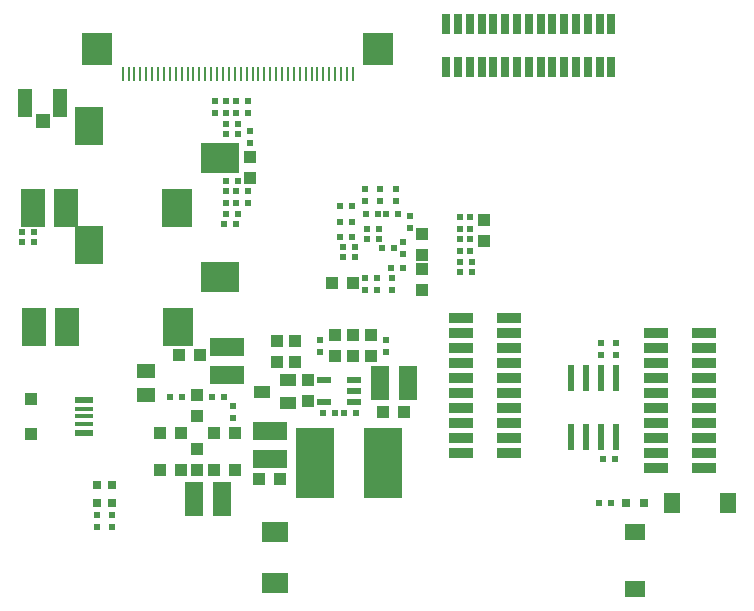
<source format=gbr>
%TF.GenerationSoftware,KiCad,Pcbnew,5.1.0-rc2-unknown-036be7d~80~ubuntu16.04.1*%
%TF.CreationDate,2019-11-29T15:46:33+02:00*%
%TF.ProjectId,S3-OLinuXino_Rev_A,53332d4f-4c69-46e7-9558-696e6f5f5265,F*%
%TF.SameCoordinates,Original*%
%TF.FileFunction,Paste,Top*%
%TF.FilePolarity,Positive*%
%FSLAX46Y46*%
G04 Gerber Fmt 4.6, Leading zero omitted, Abs format (unit mm)*
G04 Created by KiCad (PCBNEW 5.1.0-rc2-unknown-036be7d~80~ubuntu16.04.1) date 2019-11-29 15:46:33*
%MOMM*%
%LPD*%
G04 APERTURE LIST*
%ADD10R,1.524000X1.270000*%
%ADD11R,2.000000X0.900000*%
%ADD12R,1.754000X1.327000*%
%ADD13R,1.327000X1.754000*%
%ADD14R,2.600000X2.800000*%
%ADD15R,0.230000X1.280000*%
%ADD16R,2.000000X3.200000*%
%ADD17R,2.600000X3.200000*%
%ADD18R,2.400000X3.200000*%
%ADD19R,3.200000X2.600000*%
%ADD20R,0.701600X1.751600*%
%ADD21R,1.202400X1.202400*%
%ADD22R,1.202400X2.352400*%
%ADD23R,1.650000X0.500000*%
%ADD24R,1.650000X0.325000*%
%ADD25R,1.000000X1.100000*%
%ADD26R,2.286000X1.778000*%
%ADD27R,0.600000X2.200000*%
%ADD28R,0.800000X0.800000*%
%ADD29R,1.600000X3.000000*%
%ADD30R,3.000000X1.600000*%
%ADD31R,0.500000X0.550000*%
%ADD32R,0.550000X0.500000*%
%ADD33R,1.016000X1.016000*%
%ADD34R,3.200000X6.000000*%
%ADD35R,1.200000X0.550000*%
%ADD36R,1.400000X1.000000*%
G04 APERTURE END LIST*
D10*
%TO.C,C25*%
X131953000Y-90678000D03*
X131953000Y-92710000D03*
%TD*%
D11*
%TO.C,Flash1*%
X158623000Y-86182200D03*
X162687000Y-86182200D03*
X158623000Y-92532200D03*
X162687000Y-92532200D03*
X158623000Y-93802200D03*
X162687000Y-93802200D03*
X158623000Y-89992200D03*
X162687000Y-89992200D03*
X158623000Y-96342200D03*
X162687000Y-96342200D03*
X158623000Y-88722200D03*
X162687000Y-88722200D03*
X158623000Y-91262200D03*
X162687000Y-91262200D03*
X158623000Y-95072200D03*
X162687000Y-95072200D03*
X158623000Y-97612200D03*
X162687000Y-97612200D03*
X158623000Y-87452200D03*
X162687000Y-87452200D03*
X175133000Y-87452200D03*
X179197000Y-87452200D03*
X175133000Y-88722200D03*
X179197000Y-88722200D03*
X175133000Y-89992200D03*
X179197000Y-89992200D03*
X175133000Y-91262200D03*
X179197000Y-91262200D03*
X175133000Y-92532200D03*
X179197000Y-92532200D03*
X175133000Y-93802200D03*
X179197000Y-93802200D03*
X175133000Y-95072200D03*
X179197000Y-95072200D03*
X175133000Y-96342200D03*
X179197000Y-96342200D03*
X175133000Y-97612200D03*
X179197000Y-97612200D03*
X175133000Y-98882200D03*
X179197000Y-98882200D03*
%TD*%
D12*
%TO.C,PWR1*%
X173355000Y-109070000D03*
X173355000Y-104290000D03*
%TD*%
D13*
%TO.C,RST1*%
X181206000Y-101854000D03*
X176426000Y-101854000D03*
%TD*%
D14*
%TO.C,LCD_CON1*%
X151600000Y-63415000D03*
X127800000Y-63415000D03*
D15*
X149450000Y-65515000D03*
X148950000Y-65515000D03*
X148450000Y-65515000D03*
X147950000Y-65515000D03*
X147450000Y-65515000D03*
X146950000Y-65515000D03*
X146450000Y-65515000D03*
X145950000Y-65515000D03*
X145450000Y-65515000D03*
X144950000Y-65515000D03*
X144450000Y-65515000D03*
X143950000Y-65515000D03*
X143450000Y-65515000D03*
X142950000Y-65515000D03*
X142450000Y-65515000D03*
X141950000Y-65515000D03*
X141450000Y-65515000D03*
X140950000Y-65515000D03*
X140450000Y-65515000D03*
X139950000Y-65515000D03*
X139450000Y-65515000D03*
X138950000Y-65515000D03*
X138450000Y-65515000D03*
X137950000Y-65515000D03*
X137450000Y-65515000D03*
X136950000Y-65515000D03*
X136450000Y-65515000D03*
X135950000Y-65515000D03*
X135450000Y-65515000D03*
X134950000Y-65515000D03*
X134450000Y-65515000D03*
X133950000Y-65515000D03*
X133450000Y-65515000D03*
X132950000Y-65515000D03*
X132450000Y-65515000D03*
X131950000Y-65515000D03*
X131450000Y-65515000D03*
X130950000Y-65515000D03*
X130450000Y-65515000D03*
X129950000Y-65515000D03*
%TD*%
D16*
%TO.C,HEADPHONES/LINEOUT1*%
X122413000Y-86910000D03*
D17*
X134613000Y-86910000D03*
D18*
X127113000Y-80010000D03*
D19*
X138213000Y-82710000D03*
D16*
X125213000Y-86910000D03*
%TD*%
%TO.C,MIC/LINEIN1*%
X122376000Y-76806000D03*
D17*
X134576000Y-76806000D03*
D18*
X127076000Y-69906000D03*
D19*
X138176000Y-72606000D03*
D16*
X125176000Y-76806000D03*
%TD*%
D20*
%TO.C,RPi_CAMERA1*%
X162338000Y-61294000D03*
X163338000Y-61294000D03*
X159338000Y-61294000D03*
X165338000Y-61294000D03*
X158338000Y-61294000D03*
X161338000Y-61294000D03*
X171338000Y-61294000D03*
X157338000Y-61294000D03*
X167338000Y-61294000D03*
X168338000Y-61294000D03*
X166338000Y-61294000D03*
X169338000Y-61294000D03*
X164338000Y-61294000D03*
X160338000Y-61294000D03*
X170338000Y-61294000D03*
X171338000Y-64944000D03*
X167338000Y-64944000D03*
X168338000Y-64944000D03*
X170338000Y-64944000D03*
X169338000Y-64944000D03*
X164338000Y-64944000D03*
X163338000Y-64944000D03*
X165338000Y-64944000D03*
X166338000Y-64944000D03*
X162338000Y-64944000D03*
X161338000Y-64944000D03*
X160338000Y-64944000D03*
X159338000Y-64944000D03*
X158338000Y-64944000D03*
X157338000Y-64944000D03*
%TD*%
D21*
%TO.C,ANT1*%
X123190000Y-69445000D03*
D22*
X124690000Y-67945000D03*
X121690000Y-67945000D03*
%TD*%
D23*
%TO.C,USB-OTG1*%
X126721000Y-93100500D03*
D24*
X126721000Y-93838000D03*
X126721000Y-94488000D03*
X126721000Y-95138000D03*
D23*
X126721000Y-95875500D03*
D25*
X122171000Y-92988000D03*
X122171000Y-95988000D03*
%TD*%
D26*
%TO.C,D2*%
X142875000Y-104249000D03*
X142875000Y-108603000D03*
%TD*%
D27*
%TO.C,U2*%
X167894000Y-91226000D03*
X169164000Y-91226000D03*
X170434000Y-91226000D03*
X171704000Y-91226000D03*
X171704000Y-96226000D03*
X170434000Y-96226000D03*
X169164000Y-96226000D03*
X167894000Y-96226000D03*
%TD*%
D28*
%TO.C,CHGLED1*%
X127762000Y-100330000D03*
X127762000Y-101854000D03*
%TD*%
%TO.C,PWRLED1*%
X129032000Y-100330000D03*
X129032000Y-101854000D03*
%TD*%
%TO.C,GPIO_LED1*%
X174117000Y-101854000D03*
X172593000Y-101854000D03*
%TD*%
D29*
%TO.C,L5*%
X135960000Y-101473000D03*
X138360000Y-101473000D03*
%TD*%
D30*
%TO.C,L4*%
X142430500Y-98101000D03*
X142430500Y-95701000D03*
%TD*%
%TO.C,L3*%
X138811000Y-88589000D03*
X138811000Y-90989000D03*
%TD*%
D29*
%TO.C,L7*%
X154108000Y-91694000D03*
X151708000Y-91694000D03*
%TD*%
D31*
%TO.C,C33*%
X152242000Y-77350000D03*
X153258000Y-77350000D03*
%TD*%
D32*
%TO.C,C18*%
X159384999Y-80518000D03*
X159384999Y-79502000D03*
%TD*%
%TO.C,C17*%
X159384999Y-77597000D03*
X159384999Y-78613000D03*
%TD*%
D31*
%TO.C,C38*%
X151917000Y-80275000D03*
X152933000Y-80275000D03*
%TD*%
%TO.C,C50*%
X152654000Y-81915000D03*
X153670000Y-81915000D03*
%TD*%
%TO.C,C88*%
X139573000Y-75438000D03*
X140589000Y-75438000D03*
%TD*%
%TO.C,C86*%
X140589000Y-68834000D03*
X139573000Y-68834000D03*
%TD*%
%TO.C,C87*%
X139700000Y-70612000D03*
X138684000Y-70612000D03*
%TD*%
D32*
%TO.C,C16*%
X152273000Y-89027000D03*
X152273000Y-88011000D03*
%TD*%
D31*
%TO.C,C91*%
X139573000Y-76454000D03*
X140589000Y-76454000D03*
%TD*%
%TO.C,C21*%
X137541000Y-92837000D03*
X138557000Y-92837000D03*
%TD*%
%TO.C,C90*%
X140589000Y-67818000D03*
X139573000Y-67818000D03*
%TD*%
%TO.C,C89*%
X138557000Y-78232000D03*
X139573000Y-78232000D03*
%TD*%
%TO.C,C85*%
X151633000Y-78650000D03*
X150617000Y-78650000D03*
%TD*%
D32*
%TO.C,C83*%
X150475000Y-75217000D03*
X150475000Y-76233000D03*
%TD*%
D31*
%TO.C,C1*%
X149606000Y-81026000D03*
X148590000Y-81026000D03*
%TD*%
D32*
%TO.C,C82*%
X151775000Y-75217000D03*
X151775000Y-76233000D03*
%TD*%
D31*
%TO.C,C3*%
X171604414Y-98072501D03*
X170588414Y-98072501D03*
%TD*%
D32*
%TO.C,C105*%
X153725000Y-80783000D03*
X153725000Y-79767000D03*
%TD*%
D31*
%TO.C,C76*%
X151633000Y-79502000D03*
X150617000Y-79502000D03*
%TD*%
%TO.C,C98*%
X138684000Y-77343000D03*
X139700000Y-77343000D03*
%TD*%
%TO.C,C75*%
X149358000Y-79300000D03*
X148342000Y-79300000D03*
%TD*%
%TO.C,C79*%
X149358000Y-78000000D03*
X148342000Y-78000000D03*
%TD*%
%TO.C,C78*%
X149358000Y-76700000D03*
X148342000Y-76700000D03*
%TD*%
D32*
%TO.C,C97*%
X137795000Y-67818000D03*
X137795000Y-68834000D03*
%TD*%
D31*
%TO.C,C84*%
X151536400Y-77350000D03*
X150520400Y-77350000D03*
%TD*%
D32*
%TO.C,C73*%
X152750000Y-83820000D03*
X152750000Y-82804000D03*
%TD*%
%TO.C,C22*%
X150475000Y-83820000D03*
X150475000Y-82804000D03*
%TD*%
D31*
%TO.C,C4*%
X148590000Y-80133000D03*
X149606000Y-80133000D03*
%TD*%
D32*
%TO.C,C93*%
X138684000Y-67818000D03*
X138684000Y-68834000D03*
%TD*%
%TO.C,C96*%
X138684000Y-75438000D03*
X138684000Y-76454000D03*
%TD*%
D33*
%TO.C,C55*%
X136271000Y-92710000D03*
X136271000Y-94488000D03*
%TD*%
%TO.C,C23*%
X149478999Y-89408000D03*
X149478999Y-87630000D03*
%TD*%
%TO.C,C24*%
X147954999Y-89408000D03*
X147954999Y-87630000D03*
%TD*%
%TO.C,C68*%
X152019000Y-94107000D03*
X153797000Y-94107000D03*
%TD*%
%TO.C,C28*%
X134874000Y-95885000D03*
X133096000Y-95885000D03*
%TD*%
%TO.C,C19*%
X134874000Y-99060000D03*
X133096000Y-99060000D03*
%TD*%
%TO.C,C77*%
X143002000Y-89916000D03*
X143002000Y-88138000D03*
%TD*%
%TO.C,C74*%
X144526000Y-89916000D03*
X144526000Y-88138000D03*
%TD*%
%TO.C,C48*%
X155321000Y-80835500D03*
X155321000Y-79057500D03*
%TD*%
%TO.C,C49*%
X155321000Y-82042000D03*
X155321000Y-83820000D03*
%TD*%
%TO.C,C92*%
X140716000Y-74295000D03*
X140716000Y-72517000D03*
%TD*%
%TO.C,C59*%
X145605500Y-93218000D03*
X145605500Y-91440000D03*
%TD*%
%TO.C,C14*%
X149414000Y-83200000D03*
X147636000Y-83200000D03*
%TD*%
%TO.C,C15*%
X151002999Y-89408000D03*
X151002999Y-87630000D03*
%TD*%
%TO.C,C81*%
X160528000Y-77851000D03*
X160528000Y-79629000D03*
%TD*%
%TO.C,C36*%
X139446000Y-99060000D03*
X137668000Y-99060000D03*
%TD*%
%TO.C,C40*%
X141478000Y-99821999D03*
X143256000Y-99821999D03*
%TD*%
%TO.C,C39*%
X136525000Y-89281000D03*
X134747000Y-89281000D03*
%TD*%
%TO.C,C41*%
X136271000Y-99060000D03*
X136271000Y-97282000D03*
%TD*%
%TO.C,C35*%
X139446000Y-95885000D03*
X137668000Y-95885000D03*
%TD*%
D32*
%TO.C,R4*%
X171704000Y-88265000D03*
X171704000Y-89281000D03*
%TD*%
%TO.C,R5*%
X170434000Y-88265000D03*
X170434000Y-89281000D03*
%TD*%
%TO.C,R27*%
X153075000Y-76233000D03*
X153075000Y-75217000D03*
%TD*%
%TO.C,R28*%
X154305000Y-77492000D03*
X154305000Y-78508000D03*
%TD*%
%TO.C,R15*%
X158495999Y-80518000D03*
X158495999Y-79502000D03*
%TD*%
%TO.C,R14*%
X158495999Y-77597000D03*
X158495999Y-78613000D03*
%TD*%
%TO.C,R31*%
X151450000Y-82804000D03*
X151450000Y-83820000D03*
%TD*%
D31*
%TO.C,R50*%
X159512000Y-81407000D03*
X158496000Y-81407000D03*
%TD*%
%TO.C,R49*%
X159512000Y-82296000D03*
X158496000Y-82296000D03*
%TD*%
%TO.C,R59*%
X139700000Y-69723000D03*
X138684000Y-69723000D03*
%TD*%
D32*
%TO.C,R57*%
X140716000Y-70358000D03*
X140716000Y-71374000D03*
%TD*%
D31*
%TO.C,R58*%
X138684000Y-74549000D03*
X139700000Y-74549000D03*
%TD*%
%TO.C,R64*%
X121412000Y-79756000D03*
X122428000Y-79756000D03*
%TD*%
%TO.C,R56*%
X121412000Y-78867000D03*
X122428000Y-78867000D03*
%TD*%
%TO.C,R6*%
X171323000Y-101854000D03*
X170307000Y-101854000D03*
%TD*%
D32*
%TO.C,R21*%
X129032000Y-102870000D03*
X129032000Y-103886000D03*
%TD*%
D31*
%TO.C,R42*%
X149669500Y-94234000D03*
X148653500Y-94234000D03*
%TD*%
%TO.C,R43*%
X146875500Y-94234000D03*
X147891500Y-94234000D03*
%TD*%
D32*
%TO.C,R16*%
X127762000Y-103885999D03*
X127762000Y-102869999D03*
%TD*%
D31*
%TO.C,R20*%
X135001000Y-92837000D03*
X133985000Y-92837000D03*
%TD*%
D32*
%TO.C,R19*%
X146684998Y-89027001D03*
X146684998Y-88011001D03*
%TD*%
%TO.C,R18*%
X139319000Y-94615000D03*
X139319000Y-93599000D03*
%TD*%
D34*
%TO.C,L6*%
X151998000Y-98425000D03*
X146198000Y-98425000D03*
%TD*%
D35*
%TO.C,U5*%
X149572500Y-93279000D03*
X149572500Y-92329000D03*
X149572500Y-91379000D03*
X146972500Y-93279000D03*
X146972500Y-91379000D03*
%TD*%
D36*
%TO.C,T1*%
X143982440Y-93342460D03*
X143982440Y-91440000D03*
X141772640Y-92395040D03*
%TD*%
M02*

</source>
